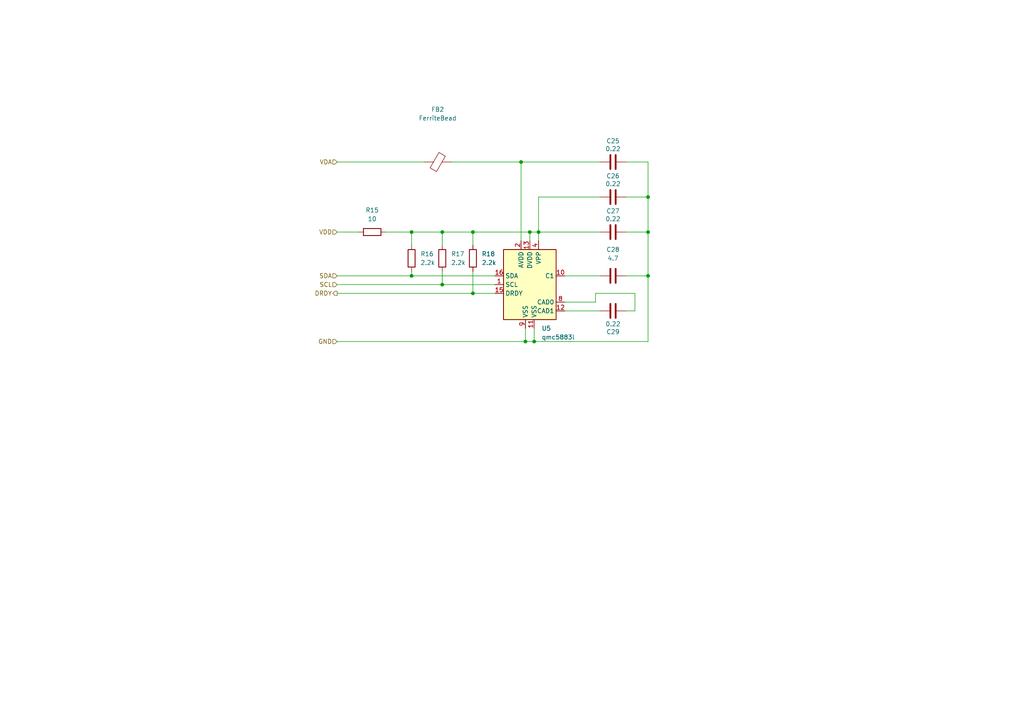
<source format=kicad_sch>
(kicad_sch (version 20250114) (generator "eeschema") (generator_version "9.0")
  (paper "A4")
  (lib_symbols
    (symbol "Device:C" (pin_numbers (hide yes)) (pin_names (offset 0.254))
      (property "Reference" "C" (at 0.635 2.54 0))
      (property "Value" "C" (at 0.635 -2.54 0))
      (symbol "C_0_1"
        (polyline (pts (xy -2.032 0.762) (xy 2.032 0.762)) (stroke (width 0.508)))
        (polyline (pts (xy -2.032 -0.762) (xy 2.032 -0.762)) (stroke (width 0.508)))
      )
      (symbol "C_1_1"
        (pin passive line (at 0 3.81 270) (length 2.794) (name "~") (number "1"))
        (pin passive line (at 0 -3.81 90) (length 2.794) (name "~") (number "2"))
      )
    )
    (symbol "Device:FerriteBead" (pin_numbers (hide yes)) (pin_names (offset 0))
      (property "Reference" "FB" (at -3.81 0.635 90))
      (property "Value" "FerriteBead" (at 3.81 0 90))
      (symbol "FerriteBead_0_1"
        (polyline (pts (xy -2.7686 0.4064) (xy -1.7018 2.2606) (xy 2.7686 -0.3048) (xy 1.6764 -2.159) (xy -2.7686 0.4064)))
        (polyline (pts (xy 0 1.27) (xy 0 1.2954)))
        (polyline (pts (xy 0 -1.27) (xy 0 -1.2192)))
      )
      (symbol "FerriteBead_1_1"
        (pin passive line (at 0 3.81 270) (length 2.54) (name "~") (number "1"))
        (pin passive line (at 0 -3.81 90) (length 2.54) (name "~") (number "2"))
      )
    )
    (symbol "Device:R" (pin_numbers (hide yes)) (pin_names (offset 0))
      (property "Reference" "R" (at 2.032 0 90))
      (property "Value" "R" (at 0 0 90))
      (symbol "R_0_1"
        (rectangle (start -1.016 -2.54) (end 1.016 2.54) (stroke (width 0.254)))
      )
      (symbol "R_1_1"
        (pin passive line (at 0 3.81 270) (length 1.27) (name "~") (number "1"))
        (pin passive line (at 0 -3.81 90) (length 1.27) (name "~") (number "2"))
      )
    )
    (symbol "Sensor_Magnetic:qmc5883l"
      (property "Reference" "U5" (at 3.4133 -12.7 0))
      (property "Value" "qmc5883l" (at 3.4133 -15.24 0))
      (symbol "qmc5883l_0_1"
        (rectangle (start -7.62 10.16) (end 7.62 -10.16) (stroke (width 0.254)) (fill (type background)))
      )
      (symbol "qmc5883l_1_1"
        (pin bidirectional line (at -10.16 2.54 0) (length 2.54) (name "SDA") (number "16"))
        (pin input line (at -10.16 0 0) (length 2.54) (name "SCL") (number "1"))
        (pin output line (at -10.16 -2.54 0) (length 2.54) (name "DRDY") (number "15"))
        (pin no_connect line (at -7.62 7.62 0) (length 2.54) (hide yes) (name "NC") (number "3"))
        (pin no_connect line (at -7.62 -7.62 0) (length 2.54) (hide yes) (name "NC") (number "14"))
        (pin power_in line (at -2.54 12.7 270) (length 2.54) (name "AVDD") (number "2"))
        (pin power_in line (at -1.27 -12.7 90) (length 2.54) (name "VSS") (number "9"))
        (pin power_in line (at 0 12.7 270) (length 2.54) (name "DVDD") (number "13"))
        (pin passive line (at 1.27 -12.7 90) (length 2.54) (name "VSS") (number "11"))
        (pin passive line (at 2.54 12.7 270) (length 2.54) (name "VPP") (number "4"))
        (pin no_connect line (at 7.62 7.62 180) (length 2.54) (hide yes) (name "NC") (number "12"))
        (pin passive line (at 10.16 2.54 180) (length 2.54) (name "C1") (number "10"))
        (pin input line (at 10.16 -5.08 180) (length 2.54) (name "CAD0") (number "8"))
        (pin input line (at 10.16 -7.62 180) (length 2.54) (name "CAD1") (number "12"))
      )
    )
  )
  (junction (at 156.21 67.31))
  (junction (at 128.27 67.31))
  (junction (at 151.13 46.99))
  (junction (at 187.96 57.15))
  (junction (at 187.96 80.01))
  (junction (at 119.38 67.31))
  (junction (at 153.67 67.31))
  (junction (at 152.4 99.06))
  (junction (at 128.27 82.55))
  (junction (at 187.96 67.31))
  (junction (at 119.38 80.01))
  (junction (at 137.16 67.31))
  (junction (at 154.94 99.06))
  (junction (at 137.16 85.09))
  (wire (pts (xy 153.67 69.85) (xy 153.67 67.31)))
  (wire (pts (xy 184.15 85.09) (xy 184.15 90.17)))
  (wire (pts (xy 97.79 80.01) (xy 119.38 80.01)))
  (wire (pts (xy 119.38 67.31) (xy 119.38 71.12)))
  (wire (pts (xy 163.83 87.63) (xy 172.72 87.63)))
  (wire (pts (xy 137.16 67.31) (xy 153.67 67.31)))
  (wire (pts (xy 97.79 82.55) (xy 128.27 82.55)))
  (wire (pts (xy 119.38 67.31) (xy 128.27 67.31)))
  (wire (pts (xy 187.96 67.31) (xy 187.96 80.01)))
  (wire (pts (xy 128.27 67.31) (xy 128.27 71.12)))
  (wire (pts (xy 97.79 99.06) (xy 152.4 99.06)))
  (wire (pts (xy 184.15 90.17) (xy 181.61 90.17)))
  (wire (pts (xy 181.61 57.15) (xy 187.96 57.15)))
  (wire (pts (xy 128.27 82.55) (xy 143.51 82.55)))
  (wire (pts (xy 154.94 95.25) (xy 154.94 99.06)))
  (wire (pts (xy 97.79 85.09) (xy 137.16 85.09)))
  (wire (pts (xy 173.99 57.15) (xy 156.21 57.15)))
  (wire (pts (xy 156.21 67.31) (xy 173.99 67.31)))
  (wire (pts (xy 130.81 46.99) (xy 151.13 46.99)))
  (wire (pts (xy 153.67 67.31) (xy 156.21 67.31)))
  (wire (pts (xy 181.61 80.01) (xy 187.96 80.01)))
  (wire (pts (xy 152.4 95.25) (xy 152.4 99.06)))
  (wire (pts (xy 187.96 46.99) (xy 187.96 57.15)))
  (wire (pts (xy 181.61 67.31) (xy 187.96 67.31)))
  (wire (pts (xy 181.61 46.99) (xy 187.96 46.99)))
  (wire (pts (xy 97.79 46.99) (xy 123.19 46.99)))
  (wire (pts (xy 154.94 99.06) (xy 187.96 99.06)))
  (wire (pts (xy 151.13 46.99) (xy 173.99 46.99)))
  (wire (pts (xy 137.16 67.31) (xy 137.16 71.12)))
  (wire (pts (xy 119.38 78.74) (xy 119.38 80.01)))
  (wire (pts (xy 151.13 46.99) (xy 151.13 69.85)))
  (wire (pts (xy 119.38 80.01) (xy 143.51 80.01)))
  (wire (pts (xy 111.76 67.31) (xy 119.38 67.31)))
  (wire (pts (xy 137.16 85.09) (xy 143.51 85.09)))
  (wire (pts (xy 97.79 67.31) (xy 104.14 67.31)))
  (wire (pts (xy 156.21 57.15) (xy 156.21 67.31)))
  (wire (pts (xy 187.96 80.01) (xy 187.96 99.06)))
  (wire (pts (xy 172.72 85.09) (xy 184.15 85.09)))
  (wire (pts (xy 152.4 99.06) (xy 154.94 99.06)))
  (wire (pts (xy 128.27 67.31) (xy 137.16 67.31)))
  (wire (pts (xy 172.72 87.63) (xy 172.72 85.09)))
  (wire (pts (xy 163.83 90.17) (xy 173.99 90.17)))
  (wire (pts (xy 137.16 78.74) (xy 137.16 85.09)))
  (wire (pts (xy 128.27 78.74) (xy 128.27 82.55)))
  (wire (pts (xy 156.21 67.31) (xy 156.21 69.85)))
  (wire (pts (xy 187.96 57.15) (xy 187.96 67.31)))
  (wire (pts (xy 163.83 80.01) (xy 173.99 80.01)))
  (hierarchical_label "DRDY" (shape output) (at 97.79 85.09 180))
  (hierarchical_label "VDD" (shape input) (at 97.79 67.31 180))
  (hierarchical_label "SCL" (shape input) (at 97.79 82.55 180))
  (hierarchical_label "SDA" (shape input) (at 97.79 80.01 180))
  (hierarchical_label "VDA" (shape input) (at 97.79 46.99 180))
  (hierarchical_label "GND" (shape input) (at 97.79 99.06 180))
  (symbol (lib_id "Sensor_Magnetic:qmc5883l") (at 153.67 82.55 0) (unit 1)
    (property "Reference" "U5" (at 157.0833 95.25 0) (effects (justify left)))
    (property "Value" "qmc5883l" (at 157.0833 97.79 0) (effects (justify left)))
    (property "Footprint" "Package_LGA:LGA-16_3x3mm_P0.5mm" (effects (hide yes)))
    (property "Datasheet" "http://www.isentek.com/en/dlf.php?file=../ISENTEK/(201703-09)IST8310%20Datasheet%20v1.2_brief-105.09.20.pdf" (effects (hide yes)))
    (property "Description" "3D Magnetometer, I2C Interface, LGA-16" (effects (hide yes)))
  )
  (symbol (lib_id "Device:R") (at 107.95 67.31 90) (unit 1)
    (property "Reference" "R15" (at 107.95 60.96 90))
    (property "Value" "10" (at 107.95 63.5 90))
    (property "Footprint" "Resistor_SMD:R_0805_2012Metric" (effects (hide yes)))
    (property "Description" "Resistor" (effects (hide yes)))
  )
  (symbol (lib_id "Device:R") (at 137.16 74.93 0) (unit 1)
    (property "Reference" "R18" (at 139.7 73.6599 0) (effects (justify left)))
    (property "Value" "2.2k" (at 139.7 76.1999 0) (effects (justify left)))
    (property "Footprint" "Resistor_SMD:R_0805_2012Metric" (effects (hide yes)))
    (property "Description" "Resistor" (effects (hide yes)))
  )
  (symbol (lib_id "Device:R") (at 128.27 74.93 0) (unit 1)
    (property "Reference" "R17" (at 130.81 73.6599 0) (effects (justify left)))
    (property "Value" "2.2k" (at 130.81 76.1999 0) (effects (justify left)))
    (property "Footprint" "Resistor_SMD:R_0805_2012Metric" (effects (hide yes)))
    (property "Description" "Resistor" (effects (hide yes)))
  )
  (symbol (lib_id "Device:C") (at 177.8 90.17 90) (mirror x) (unit 1)
    (property "Reference" "C29" (at 177.8 96.266 90))
    (property "Value" "0.22" (at 177.8 93.98 90))
    (property "Footprint" "Capacitor_SMD:C_0805_2012Metric" (effects (hide yes)))
    (property "Description" "Unpolarized capacitor" (effects (hide yes)))
  )
  (symbol (lib_id "Device:C") (at 177.8 57.15 90) (unit 1)
    (property "Reference" "C26" (at 177.8 51.054 90))
    (property "Value" "0.22" (at 177.8 53.34 90))
    (property "Footprint" "Capacitor_SMD:C_0805_2012Metric" (effects (hide yes)))
    (property "Description" "Unpolarized capacitor" (effects (hide yes)))
  )
  (symbol (lib_id "Device:FerriteBead") (at 127 46.99 90) (unit 1)
    (property "Reference" "FB2" (at 126.9492 31.75 90))
    (property "Value" "FerriteBead" (at 126.9492 34.29 90))
    (property "Footprint" "Inductor_SMD:L_0805_2012Metric" (effects (hide yes)))
    (property "Description" "Ferrite bead" (effects (hide yes)))
  )
  (symbol (lib_id "Device:C") (at 177.8 80.01 90) (unit 1)
    (property "Reference" "C28" (at 177.8 72.39 90))
    (property "Value" "4.7" (at 177.8 74.93 90))
    (property "Footprint" "Capacitor_SMD:C_0805_2012Metric" (effects (hide yes)))
    (property "Description" "Unpolarized capacitor" (effects (hide yes)))
  )
  (symbol (lib_id "Device:C") (at 177.8 67.31 90) (unit 1)
    (property "Reference" "C27" (at 177.8 61.214 90))
    (property "Value" "0.22" (at 177.8 63.5 90))
    (property "Footprint" "Capacitor_SMD:C_0805_2012Metric" (effects (hide yes)))
    (property "Description" "Unpolarized capacitor" (effects (hide yes)))
  )
  (symbol (lib_id "Device:R") (at 119.38 74.93 0) (unit 1)
    (property "Reference" "R16" (at 121.92 73.6599 0) (effects (justify left)))
    (property "Value" "2.2k" (at 121.92 76.1999 0) (effects (justify left)))
    (property "Footprint" "Resistor_SMD:R_0805_2012Metric" (effects (hide yes)))
    (property "Description" "Resistor" (effects (hide yes)))
  )
  (symbol (lib_id "Device:C") (at 177.8 46.99 90) (unit 1)
    (property "Reference" "C25" (at 177.8 40.894 90))
    (property "Value" "0.22" (at 177.8 43.18 90))
    (property "Footprint" "Capacitor_SMD:C_0805_2012Metric" (effects (hide yes)))
    (property "Description" "Unpolarized capacitor" (effects (hide yes)))
  )
)
</source>
